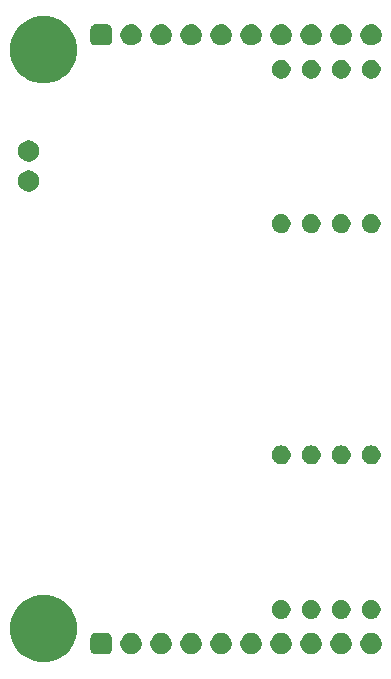
<source format=gbr>
G04 #@! TF.GenerationSoftware,KiCad,Pcbnew,(5.1.6)-1*
G04 #@! TF.CreationDate,2020-06-03T08:45:57+03:00*
G04 #@! TF.ProjectId,TMCM-0021 v1.0,544d434d-2d30-4303-9231-2076312e302e,rev?*
G04 #@! TF.SameCoordinates,Original*
G04 #@! TF.FileFunction,Soldermask,Bot*
G04 #@! TF.FilePolarity,Negative*
%FSLAX46Y46*%
G04 Gerber Fmt 4.6, Leading zero omitted, Abs format (unit mm)*
G04 Created by KiCad (PCBNEW (5.1.6)-1) date 2020-06-03 08:45:57*
%MOMM*%
%LPD*%
G01*
G04 APERTURE LIST*
%ADD10C,0.100000*%
G04 APERTURE END LIST*
D10*
G36*
X4331313Y6240477D02*
G01*
X4849980Y6025638D01*
X4849981Y6025637D01*
X5316769Y5713740D01*
X5713740Y5316769D01*
X5785887Y5208793D01*
X6025638Y4849980D01*
X6240477Y4331313D01*
X6350000Y3780702D01*
X6350000Y3219298D01*
X6240477Y2668687D01*
X6025638Y2150020D01*
X6025637Y2150019D01*
X5713740Y1683231D01*
X5316769Y1286260D01*
X5004871Y1077857D01*
X4849980Y974362D01*
X4331313Y759523D01*
X3780702Y650000D01*
X3219298Y650000D01*
X2668687Y759523D01*
X2150020Y974362D01*
X1995129Y1077857D01*
X1683231Y1286260D01*
X1286260Y1683231D01*
X974363Y2150019D01*
X974362Y2150020D01*
X759523Y2668687D01*
X650000Y3219298D01*
X650000Y3780702D01*
X759523Y4331313D01*
X974362Y4849980D01*
X1214113Y5208793D01*
X1286260Y5316769D01*
X1683231Y5713740D01*
X2150019Y6025637D01*
X2150020Y6025638D01*
X2668687Y6240477D01*
X3219298Y6350000D01*
X3780702Y6350000D01*
X4331313Y6240477D01*
G37*
G36*
X28894561Y3106943D02*
G01*
X28952520Y3095414D01*
X29116310Y3027570D01*
X29263717Y2929076D01*
X29389076Y2803717D01*
X29487570Y2656310D01*
X29555414Y2492520D01*
X29590000Y2318642D01*
X29590000Y2141358D01*
X29555414Y1967480D01*
X29487570Y1803690D01*
X29389076Y1656283D01*
X29263717Y1530924D01*
X29116310Y1432430D01*
X28952520Y1364586D01*
X28931505Y1360406D01*
X28778644Y1330000D01*
X28601356Y1330000D01*
X28448495Y1360406D01*
X28427480Y1364586D01*
X28263690Y1432430D01*
X28116283Y1530924D01*
X27990924Y1656283D01*
X27892430Y1803690D01*
X27824586Y1967480D01*
X27790000Y2141358D01*
X27790000Y2318642D01*
X27824586Y2492520D01*
X27892430Y2656310D01*
X27990924Y2803717D01*
X28116283Y2929076D01*
X28263690Y3027570D01*
X28427480Y3095414D01*
X28485439Y3106943D01*
X28601356Y3130000D01*
X28778644Y3130000D01*
X28894561Y3106943D01*
G37*
G36*
X26354561Y3106943D02*
G01*
X26412520Y3095414D01*
X26576310Y3027570D01*
X26723717Y2929076D01*
X26849076Y2803717D01*
X26947570Y2656310D01*
X27015414Y2492520D01*
X27050000Y2318642D01*
X27050000Y2141358D01*
X27015414Y1967480D01*
X26947570Y1803690D01*
X26849076Y1656283D01*
X26723717Y1530924D01*
X26576310Y1432430D01*
X26412520Y1364586D01*
X26391505Y1360406D01*
X26238644Y1330000D01*
X26061356Y1330000D01*
X25908495Y1360406D01*
X25887480Y1364586D01*
X25723690Y1432430D01*
X25576283Y1530924D01*
X25450924Y1656283D01*
X25352430Y1803690D01*
X25284586Y1967480D01*
X25250000Y2141358D01*
X25250000Y2318642D01*
X25284586Y2492520D01*
X25352430Y2656310D01*
X25450924Y2803717D01*
X25576283Y2929076D01*
X25723690Y3027570D01*
X25887480Y3095414D01*
X25945439Y3106943D01*
X26061356Y3130000D01*
X26238644Y3130000D01*
X26354561Y3106943D01*
G37*
G36*
X23814561Y3106943D02*
G01*
X23872520Y3095414D01*
X24036310Y3027570D01*
X24183717Y2929076D01*
X24309076Y2803717D01*
X24407570Y2656310D01*
X24475414Y2492520D01*
X24510000Y2318642D01*
X24510000Y2141358D01*
X24475414Y1967480D01*
X24407570Y1803690D01*
X24309076Y1656283D01*
X24183717Y1530924D01*
X24036310Y1432430D01*
X23872520Y1364586D01*
X23851505Y1360406D01*
X23698644Y1330000D01*
X23521356Y1330000D01*
X23368495Y1360406D01*
X23347480Y1364586D01*
X23183690Y1432430D01*
X23036283Y1530924D01*
X22910924Y1656283D01*
X22812430Y1803690D01*
X22744586Y1967480D01*
X22710000Y2141358D01*
X22710000Y2318642D01*
X22744586Y2492520D01*
X22812430Y2656310D01*
X22910924Y2803717D01*
X23036283Y2929076D01*
X23183690Y3027570D01*
X23347480Y3095414D01*
X23405439Y3106943D01*
X23521356Y3130000D01*
X23698644Y3130000D01*
X23814561Y3106943D01*
G37*
G36*
X21274561Y3106943D02*
G01*
X21332520Y3095414D01*
X21496310Y3027570D01*
X21643717Y2929076D01*
X21769076Y2803717D01*
X21867570Y2656310D01*
X21935414Y2492520D01*
X21970000Y2318642D01*
X21970000Y2141358D01*
X21935414Y1967480D01*
X21867570Y1803690D01*
X21769076Y1656283D01*
X21643717Y1530924D01*
X21496310Y1432430D01*
X21332520Y1364586D01*
X21311505Y1360406D01*
X21158644Y1330000D01*
X20981356Y1330000D01*
X20828495Y1360406D01*
X20807480Y1364586D01*
X20643690Y1432430D01*
X20496283Y1530924D01*
X20370924Y1656283D01*
X20272430Y1803690D01*
X20204586Y1967480D01*
X20170000Y2141358D01*
X20170000Y2318642D01*
X20204586Y2492520D01*
X20272430Y2656310D01*
X20370924Y2803717D01*
X20496283Y2929076D01*
X20643690Y3027570D01*
X20807480Y3095414D01*
X20865439Y3106943D01*
X20981356Y3130000D01*
X21158644Y3130000D01*
X21274561Y3106943D01*
G37*
G36*
X18734561Y3106943D02*
G01*
X18792520Y3095414D01*
X18956310Y3027570D01*
X19103717Y2929076D01*
X19229076Y2803717D01*
X19327570Y2656310D01*
X19395414Y2492520D01*
X19430000Y2318642D01*
X19430000Y2141358D01*
X19395414Y1967480D01*
X19327570Y1803690D01*
X19229076Y1656283D01*
X19103717Y1530924D01*
X18956310Y1432430D01*
X18792520Y1364586D01*
X18771505Y1360406D01*
X18618644Y1330000D01*
X18441356Y1330000D01*
X18288495Y1360406D01*
X18267480Y1364586D01*
X18103690Y1432430D01*
X17956283Y1530924D01*
X17830924Y1656283D01*
X17732430Y1803690D01*
X17664586Y1967480D01*
X17630000Y2141358D01*
X17630000Y2318642D01*
X17664586Y2492520D01*
X17732430Y2656310D01*
X17830924Y2803717D01*
X17956283Y2929076D01*
X18103690Y3027570D01*
X18267480Y3095414D01*
X18325439Y3106943D01*
X18441356Y3130000D01*
X18618644Y3130000D01*
X18734561Y3106943D01*
G37*
G36*
X16194561Y3106943D02*
G01*
X16252520Y3095414D01*
X16416310Y3027570D01*
X16563717Y2929076D01*
X16689076Y2803717D01*
X16787570Y2656310D01*
X16855414Y2492520D01*
X16890000Y2318642D01*
X16890000Y2141358D01*
X16855414Y1967480D01*
X16787570Y1803690D01*
X16689076Y1656283D01*
X16563717Y1530924D01*
X16416310Y1432430D01*
X16252520Y1364586D01*
X16231505Y1360406D01*
X16078644Y1330000D01*
X15901356Y1330000D01*
X15748495Y1360406D01*
X15727480Y1364586D01*
X15563690Y1432430D01*
X15416283Y1530924D01*
X15290924Y1656283D01*
X15192430Y1803690D01*
X15124586Y1967480D01*
X15090000Y2141358D01*
X15090000Y2318642D01*
X15124586Y2492520D01*
X15192430Y2656310D01*
X15290924Y2803717D01*
X15416283Y2929076D01*
X15563690Y3027570D01*
X15727480Y3095414D01*
X15785439Y3106943D01*
X15901356Y3130000D01*
X16078644Y3130000D01*
X16194561Y3106943D01*
G37*
G36*
X13654561Y3106943D02*
G01*
X13712520Y3095414D01*
X13876310Y3027570D01*
X14023717Y2929076D01*
X14149076Y2803717D01*
X14247570Y2656310D01*
X14315414Y2492520D01*
X14350000Y2318642D01*
X14350000Y2141358D01*
X14315414Y1967480D01*
X14247570Y1803690D01*
X14149076Y1656283D01*
X14023717Y1530924D01*
X13876310Y1432430D01*
X13712520Y1364586D01*
X13691505Y1360406D01*
X13538644Y1330000D01*
X13361356Y1330000D01*
X13208495Y1360406D01*
X13187480Y1364586D01*
X13023690Y1432430D01*
X12876283Y1530924D01*
X12750924Y1656283D01*
X12652430Y1803690D01*
X12584586Y1967480D01*
X12550000Y2141358D01*
X12550000Y2318642D01*
X12584586Y2492520D01*
X12652430Y2656310D01*
X12750924Y2803717D01*
X12876283Y2929076D01*
X13023690Y3027570D01*
X13187480Y3095414D01*
X13245439Y3106943D01*
X13361356Y3130000D01*
X13538644Y3130000D01*
X13654561Y3106943D01*
G37*
G36*
X11114561Y3106943D02*
G01*
X11172520Y3095414D01*
X11336310Y3027570D01*
X11483717Y2929076D01*
X11609076Y2803717D01*
X11707570Y2656310D01*
X11775414Y2492520D01*
X11810000Y2318642D01*
X11810000Y2141358D01*
X11775414Y1967480D01*
X11707570Y1803690D01*
X11609076Y1656283D01*
X11483717Y1530924D01*
X11336310Y1432430D01*
X11172520Y1364586D01*
X11151505Y1360406D01*
X10998644Y1330000D01*
X10821356Y1330000D01*
X10668495Y1360406D01*
X10647480Y1364586D01*
X10483690Y1432430D01*
X10336283Y1530924D01*
X10210924Y1656283D01*
X10112430Y1803690D01*
X10044586Y1967480D01*
X10010000Y2141358D01*
X10010000Y2318642D01*
X10044586Y2492520D01*
X10112430Y2656310D01*
X10210924Y2803717D01*
X10336283Y2929076D01*
X10483690Y3027570D01*
X10647480Y3095414D01*
X10705439Y3106943D01*
X10821356Y3130000D01*
X10998644Y3130000D01*
X11114561Y3106943D01*
G37*
G36*
X8950806Y3122145D02*
G01*
X9025143Y3099594D01*
X9093647Y3062978D01*
X9153696Y3013696D01*
X9202978Y2953647D01*
X9239594Y2885143D01*
X9262145Y2810806D01*
X9270000Y2731046D01*
X9270000Y1728954D01*
X9262145Y1649194D01*
X9239594Y1574857D01*
X9202978Y1506353D01*
X9153696Y1446304D01*
X9093647Y1397022D01*
X9025143Y1360406D01*
X8950806Y1337855D01*
X8871046Y1330000D01*
X7868954Y1330000D01*
X7789194Y1337855D01*
X7714857Y1360406D01*
X7646353Y1397022D01*
X7586304Y1446304D01*
X7537022Y1506353D01*
X7500406Y1574857D01*
X7477855Y1649194D01*
X7470000Y1728954D01*
X7470000Y2731046D01*
X7477855Y2810806D01*
X7500406Y2885143D01*
X7537022Y2953647D01*
X7586304Y3013696D01*
X7646353Y3062978D01*
X7714857Y3099594D01*
X7789194Y3122145D01*
X7868954Y3130000D01*
X8871046Y3130000D01*
X8950806Y3122145D01*
G37*
G36*
X31434561Y3106943D02*
G01*
X31492520Y3095414D01*
X31656310Y3027570D01*
X31803717Y2929076D01*
X31929076Y2803717D01*
X32027570Y2656310D01*
X32095414Y2492520D01*
X32130000Y2318642D01*
X32130000Y2141358D01*
X32095414Y1967480D01*
X32027570Y1803690D01*
X31929076Y1656283D01*
X31803717Y1530924D01*
X31656310Y1432430D01*
X31492520Y1364586D01*
X31471505Y1360406D01*
X31318644Y1330000D01*
X31141356Y1330000D01*
X30988495Y1360406D01*
X30967480Y1364586D01*
X30803690Y1432430D01*
X30656283Y1530924D01*
X30530924Y1656283D01*
X30432430Y1803690D01*
X30364586Y1967480D01*
X30330000Y2141358D01*
X30330000Y2318642D01*
X30364586Y2492520D01*
X30432430Y2656310D01*
X30530924Y2803717D01*
X30656283Y2929076D01*
X30803690Y3027570D01*
X30967480Y3095414D01*
X31025439Y3106943D01*
X31141356Y3130000D01*
X31318644Y3130000D01*
X31434561Y3106943D01*
G37*
G36*
X23791832Y5909505D02*
G01*
X23843351Y5899257D01*
X23903656Y5874278D01*
X23988941Y5838952D01*
X24119969Y5751402D01*
X24231402Y5639969D01*
X24318952Y5508941D01*
X24379257Y5363350D01*
X24410000Y5208795D01*
X24410000Y5051205D01*
X24379257Y4896650D01*
X24318952Y4751059D01*
X24231402Y4620031D01*
X24119969Y4508598D01*
X23988941Y4421048D01*
X23903656Y4385722D01*
X23843351Y4360743D01*
X23791832Y4350495D01*
X23688795Y4330000D01*
X23531205Y4330000D01*
X23428168Y4350495D01*
X23376649Y4360743D01*
X23316344Y4385722D01*
X23231059Y4421048D01*
X23100031Y4508598D01*
X22988598Y4620031D01*
X22901048Y4751059D01*
X22840743Y4896650D01*
X22810000Y5051205D01*
X22810000Y5208795D01*
X22840743Y5363350D01*
X22901048Y5508941D01*
X22988598Y5639969D01*
X23100031Y5751402D01*
X23231059Y5838952D01*
X23316344Y5874278D01*
X23376649Y5899257D01*
X23428168Y5909505D01*
X23531205Y5930000D01*
X23688795Y5930000D01*
X23791832Y5909505D01*
G37*
G36*
X31411832Y5909505D02*
G01*
X31463351Y5899257D01*
X31523656Y5874278D01*
X31608941Y5838952D01*
X31739969Y5751402D01*
X31851402Y5639969D01*
X31938952Y5508941D01*
X31999257Y5363350D01*
X32030000Y5208795D01*
X32030000Y5051205D01*
X31999257Y4896650D01*
X31938952Y4751059D01*
X31851402Y4620031D01*
X31739969Y4508598D01*
X31608941Y4421048D01*
X31523656Y4385722D01*
X31463351Y4360743D01*
X31411832Y4350495D01*
X31308795Y4330000D01*
X31151205Y4330000D01*
X31048168Y4350495D01*
X30996649Y4360743D01*
X30936344Y4385722D01*
X30851059Y4421048D01*
X30720031Y4508598D01*
X30608598Y4620031D01*
X30521048Y4751059D01*
X30460743Y4896650D01*
X30430000Y5051205D01*
X30430000Y5208795D01*
X30460743Y5363350D01*
X30521048Y5508941D01*
X30608598Y5639969D01*
X30720031Y5751402D01*
X30851059Y5838952D01*
X30936344Y5874278D01*
X30996649Y5899257D01*
X31048168Y5909505D01*
X31151205Y5930000D01*
X31308795Y5930000D01*
X31411832Y5909505D01*
G37*
G36*
X28871832Y5909505D02*
G01*
X28923351Y5899257D01*
X28983656Y5874278D01*
X29068941Y5838952D01*
X29199969Y5751402D01*
X29311402Y5639969D01*
X29398952Y5508941D01*
X29459257Y5363350D01*
X29490000Y5208795D01*
X29490000Y5051205D01*
X29459257Y4896650D01*
X29398952Y4751059D01*
X29311402Y4620031D01*
X29199969Y4508598D01*
X29068941Y4421048D01*
X28983656Y4385722D01*
X28923351Y4360743D01*
X28871832Y4350495D01*
X28768795Y4330000D01*
X28611205Y4330000D01*
X28508168Y4350495D01*
X28456649Y4360743D01*
X28396344Y4385722D01*
X28311059Y4421048D01*
X28180031Y4508598D01*
X28068598Y4620031D01*
X27981048Y4751059D01*
X27920743Y4896650D01*
X27890000Y5051205D01*
X27890000Y5208795D01*
X27920743Y5363350D01*
X27981048Y5508941D01*
X28068598Y5639969D01*
X28180031Y5751402D01*
X28311059Y5838952D01*
X28396344Y5874278D01*
X28456649Y5899257D01*
X28508168Y5909505D01*
X28611205Y5930000D01*
X28768795Y5930000D01*
X28871832Y5909505D01*
G37*
G36*
X26331832Y5909505D02*
G01*
X26383351Y5899257D01*
X26443656Y5874278D01*
X26528941Y5838952D01*
X26659969Y5751402D01*
X26771402Y5639969D01*
X26858952Y5508941D01*
X26919257Y5363350D01*
X26950000Y5208795D01*
X26950000Y5051205D01*
X26919257Y4896650D01*
X26858952Y4751059D01*
X26771402Y4620031D01*
X26659969Y4508598D01*
X26528941Y4421048D01*
X26443656Y4385722D01*
X26383351Y4360743D01*
X26331832Y4350495D01*
X26228795Y4330000D01*
X26071205Y4330000D01*
X25968168Y4350495D01*
X25916649Y4360743D01*
X25856344Y4385722D01*
X25771059Y4421048D01*
X25640031Y4508598D01*
X25528598Y4620031D01*
X25441048Y4751059D01*
X25380743Y4896650D01*
X25350000Y5051205D01*
X25350000Y5208795D01*
X25380743Y5363350D01*
X25441048Y5508941D01*
X25528598Y5639969D01*
X25640031Y5751402D01*
X25771059Y5838952D01*
X25856344Y5874278D01*
X25916649Y5899257D01*
X25968168Y5909505D01*
X26071205Y5930000D01*
X26228795Y5930000D01*
X26331832Y5909505D01*
G37*
G36*
X23791832Y18989505D02*
G01*
X23843351Y18979257D01*
X23903656Y18954278D01*
X23988941Y18918952D01*
X24119969Y18831402D01*
X24231402Y18719969D01*
X24318952Y18588941D01*
X24379257Y18443350D01*
X24410000Y18288795D01*
X24410000Y18131205D01*
X24379257Y17976650D01*
X24318952Y17831059D01*
X24231402Y17700031D01*
X24119969Y17588598D01*
X23988941Y17501048D01*
X23903656Y17465722D01*
X23843351Y17440743D01*
X23791832Y17430495D01*
X23688795Y17410000D01*
X23531205Y17410000D01*
X23428168Y17430495D01*
X23376649Y17440743D01*
X23316344Y17465722D01*
X23231059Y17501048D01*
X23100031Y17588598D01*
X22988598Y17700031D01*
X22901048Y17831059D01*
X22840743Y17976650D01*
X22810000Y18131205D01*
X22810000Y18288795D01*
X22840743Y18443350D01*
X22901048Y18588941D01*
X22988598Y18719969D01*
X23100031Y18831402D01*
X23231059Y18918952D01*
X23316344Y18954278D01*
X23376649Y18979257D01*
X23428168Y18989505D01*
X23531205Y19010000D01*
X23688795Y19010000D01*
X23791832Y18989505D01*
G37*
G36*
X31411832Y18989505D02*
G01*
X31463351Y18979257D01*
X31523656Y18954278D01*
X31608941Y18918952D01*
X31739969Y18831402D01*
X31851402Y18719969D01*
X31938952Y18588941D01*
X31999257Y18443350D01*
X32030000Y18288795D01*
X32030000Y18131205D01*
X31999257Y17976650D01*
X31938952Y17831059D01*
X31851402Y17700031D01*
X31739969Y17588598D01*
X31608941Y17501048D01*
X31523656Y17465722D01*
X31463351Y17440743D01*
X31411832Y17430495D01*
X31308795Y17410000D01*
X31151205Y17410000D01*
X31048168Y17430495D01*
X30996649Y17440743D01*
X30936344Y17465722D01*
X30851059Y17501048D01*
X30720031Y17588598D01*
X30608598Y17700031D01*
X30521048Y17831059D01*
X30460743Y17976650D01*
X30430000Y18131205D01*
X30430000Y18288795D01*
X30460743Y18443350D01*
X30521048Y18588941D01*
X30608598Y18719969D01*
X30720031Y18831402D01*
X30851059Y18918952D01*
X30936344Y18954278D01*
X30996649Y18979257D01*
X31048168Y18989505D01*
X31151205Y19010000D01*
X31308795Y19010000D01*
X31411832Y18989505D01*
G37*
G36*
X28871832Y18989505D02*
G01*
X28923351Y18979257D01*
X28983656Y18954278D01*
X29068941Y18918952D01*
X29199969Y18831402D01*
X29311402Y18719969D01*
X29398952Y18588941D01*
X29459257Y18443350D01*
X29490000Y18288795D01*
X29490000Y18131205D01*
X29459257Y17976650D01*
X29398952Y17831059D01*
X29311402Y17700031D01*
X29199969Y17588598D01*
X29068941Y17501048D01*
X28983656Y17465722D01*
X28923351Y17440743D01*
X28871832Y17430495D01*
X28768795Y17410000D01*
X28611205Y17410000D01*
X28508168Y17430495D01*
X28456649Y17440743D01*
X28396344Y17465722D01*
X28311059Y17501048D01*
X28180031Y17588598D01*
X28068598Y17700031D01*
X27981048Y17831059D01*
X27920743Y17976650D01*
X27890000Y18131205D01*
X27890000Y18288795D01*
X27920743Y18443350D01*
X27981048Y18588941D01*
X28068598Y18719969D01*
X28180031Y18831402D01*
X28311059Y18918952D01*
X28396344Y18954278D01*
X28456649Y18979257D01*
X28508168Y18989505D01*
X28611205Y19010000D01*
X28768795Y19010000D01*
X28871832Y18989505D01*
G37*
G36*
X26331832Y18989505D02*
G01*
X26383351Y18979257D01*
X26443656Y18954278D01*
X26528941Y18918952D01*
X26659969Y18831402D01*
X26771402Y18719969D01*
X26858952Y18588941D01*
X26919257Y18443350D01*
X26950000Y18288795D01*
X26950000Y18131205D01*
X26919257Y17976650D01*
X26858952Y17831059D01*
X26771402Y17700031D01*
X26659969Y17588598D01*
X26528941Y17501048D01*
X26443656Y17465722D01*
X26383351Y17440743D01*
X26331832Y17430495D01*
X26228795Y17410000D01*
X26071205Y17410000D01*
X25968168Y17430495D01*
X25916649Y17440743D01*
X25856344Y17465722D01*
X25771059Y17501048D01*
X25640031Y17588598D01*
X25528598Y17700031D01*
X25441048Y17831059D01*
X25380743Y17976650D01*
X25350000Y18131205D01*
X25350000Y18288795D01*
X25380743Y18443350D01*
X25441048Y18588941D01*
X25528598Y18719969D01*
X25640031Y18831402D01*
X25771059Y18918952D01*
X25856344Y18954278D01*
X25916649Y18979257D01*
X25968168Y18989505D01*
X26071205Y19010000D01*
X26228795Y19010000D01*
X26331832Y18989505D01*
G37*
G36*
X28871832Y38569505D02*
G01*
X28923351Y38559257D01*
X28983656Y38534278D01*
X29068941Y38498952D01*
X29199969Y38411402D01*
X29311402Y38299969D01*
X29398952Y38168941D01*
X29459257Y38023350D01*
X29490000Y37868795D01*
X29490000Y37711205D01*
X29459257Y37556650D01*
X29398952Y37411059D01*
X29311402Y37280031D01*
X29199969Y37168598D01*
X29068941Y37081048D01*
X28983656Y37045722D01*
X28923351Y37020743D01*
X28871832Y37010495D01*
X28768795Y36990000D01*
X28611205Y36990000D01*
X28508168Y37010495D01*
X28456649Y37020743D01*
X28396344Y37045722D01*
X28311059Y37081048D01*
X28180031Y37168598D01*
X28068598Y37280031D01*
X27981048Y37411059D01*
X27920743Y37556650D01*
X27890000Y37711205D01*
X27890000Y37868795D01*
X27920743Y38023350D01*
X27981048Y38168941D01*
X28068598Y38299969D01*
X28180031Y38411402D01*
X28311059Y38498952D01*
X28396344Y38534278D01*
X28456649Y38559257D01*
X28508168Y38569505D01*
X28611205Y38590000D01*
X28768795Y38590000D01*
X28871832Y38569505D01*
G37*
G36*
X23791832Y38569505D02*
G01*
X23843351Y38559257D01*
X23903656Y38534278D01*
X23988941Y38498952D01*
X24119969Y38411402D01*
X24231402Y38299969D01*
X24318952Y38168941D01*
X24379257Y38023350D01*
X24410000Y37868795D01*
X24410000Y37711205D01*
X24379257Y37556650D01*
X24318952Y37411059D01*
X24231402Y37280031D01*
X24119969Y37168598D01*
X23988941Y37081048D01*
X23903656Y37045722D01*
X23843351Y37020743D01*
X23791832Y37010495D01*
X23688795Y36990000D01*
X23531205Y36990000D01*
X23428168Y37010495D01*
X23376649Y37020743D01*
X23316344Y37045722D01*
X23231059Y37081048D01*
X23100031Y37168598D01*
X22988598Y37280031D01*
X22901048Y37411059D01*
X22840743Y37556650D01*
X22810000Y37711205D01*
X22810000Y37868795D01*
X22840743Y38023350D01*
X22901048Y38168941D01*
X22988598Y38299969D01*
X23100031Y38411402D01*
X23231059Y38498952D01*
X23316344Y38534278D01*
X23376649Y38559257D01*
X23428168Y38569505D01*
X23531205Y38590000D01*
X23688795Y38590000D01*
X23791832Y38569505D01*
G37*
G36*
X31411832Y38569505D02*
G01*
X31463351Y38559257D01*
X31523656Y38534278D01*
X31608941Y38498952D01*
X31739969Y38411402D01*
X31851402Y38299969D01*
X31938952Y38168941D01*
X31999257Y38023350D01*
X32030000Y37868795D01*
X32030000Y37711205D01*
X31999257Y37556650D01*
X31938952Y37411059D01*
X31851402Y37280031D01*
X31739969Y37168598D01*
X31608941Y37081048D01*
X31523656Y37045722D01*
X31463351Y37020743D01*
X31411832Y37010495D01*
X31308795Y36990000D01*
X31151205Y36990000D01*
X31048168Y37010495D01*
X30996649Y37020743D01*
X30936344Y37045722D01*
X30851059Y37081048D01*
X30720031Y37168598D01*
X30608598Y37280031D01*
X30521048Y37411059D01*
X30460743Y37556650D01*
X30430000Y37711205D01*
X30430000Y37868795D01*
X30460743Y38023350D01*
X30521048Y38168941D01*
X30608598Y38299969D01*
X30720031Y38411402D01*
X30851059Y38498952D01*
X30936344Y38534278D01*
X30996649Y38559257D01*
X31048168Y38569505D01*
X31151205Y38590000D01*
X31308795Y38590000D01*
X31411832Y38569505D01*
G37*
G36*
X26331832Y38569505D02*
G01*
X26383351Y38559257D01*
X26443656Y38534278D01*
X26528941Y38498952D01*
X26659969Y38411402D01*
X26771402Y38299969D01*
X26858952Y38168941D01*
X26919257Y38023350D01*
X26950000Y37868795D01*
X26950000Y37711205D01*
X26919257Y37556650D01*
X26858952Y37411059D01*
X26771402Y37280031D01*
X26659969Y37168598D01*
X26528941Y37081048D01*
X26443656Y37045722D01*
X26383351Y37020743D01*
X26331832Y37010495D01*
X26228795Y36990000D01*
X26071205Y36990000D01*
X25968168Y37010495D01*
X25916649Y37020743D01*
X25856344Y37045722D01*
X25771059Y37081048D01*
X25640031Y37168598D01*
X25528598Y37280031D01*
X25441048Y37411059D01*
X25380743Y37556650D01*
X25350000Y37711205D01*
X25350000Y37868795D01*
X25380743Y38023350D01*
X25441048Y38168941D01*
X25528598Y38299969D01*
X25640031Y38411402D01*
X25771059Y38498952D01*
X25856344Y38534278D01*
X25916649Y38559257D01*
X25968168Y38569505D01*
X26071205Y38590000D01*
X26228795Y38590000D01*
X26331832Y38569505D01*
G37*
G36*
X2434561Y42266943D02*
G01*
X2492520Y42255414D01*
X2656310Y42187570D01*
X2803717Y42089076D01*
X2929076Y41963717D01*
X3027570Y41816310D01*
X3095414Y41652520D01*
X3130000Y41478642D01*
X3130000Y41301358D01*
X3095414Y41127480D01*
X3027570Y40963690D01*
X2929076Y40816283D01*
X2803717Y40690924D01*
X2656310Y40592430D01*
X2492520Y40524586D01*
X2434561Y40513057D01*
X2318644Y40490000D01*
X2141356Y40490000D01*
X2025439Y40513057D01*
X1967480Y40524586D01*
X1803690Y40592430D01*
X1656283Y40690924D01*
X1530924Y40816283D01*
X1432430Y40963690D01*
X1364586Y41127480D01*
X1330000Y41301358D01*
X1330000Y41478642D01*
X1364586Y41652520D01*
X1432430Y41816310D01*
X1530924Y41963717D01*
X1656283Y42089076D01*
X1803690Y42187570D01*
X1967480Y42255414D01*
X2025439Y42266943D01*
X2141356Y42290000D01*
X2318644Y42290000D01*
X2434561Y42266943D01*
G37*
G36*
X2434561Y44806943D02*
G01*
X2492520Y44795414D01*
X2656310Y44727570D01*
X2803717Y44629076D01*
X2929076Y44503717D01*
X3027570Y44356310D01*
X3095414Y44192520D01*
X3130000Y44018642D01*
X3130000Y43841358D01*
X3095414Y43667480D01*
X3027570Y43503690D01*
X2929076Y43356283D01*
X2803717Y43230924D01*
X2656310Y43132430D01*
X2492520Y43064586D01*
X2434561Y43053057D01*
X2318644Y43030000D01*
X2141356Y43030000D01*
X2025439Y43053057D01*
X1967480Y43064586D01*
X1803690Y43132430D01*
X1656283Y43230924D01*
X1530924Y43356283D01*
X1432430Y43503690D01*
X1364586Y43667480D01*
X1330000Y43841358D01*
X1330000Y44018642D01*
X1364586Y44192520D01*
X1432430Y44356310D01*
X1530924Y44503717D01*
X1656283Y44629076D01*
X1803690Y44727570D01*
X1967480Y44795414D01*
X2025439Y44806943D01*
X2141356Y44830000D01*
X2318644Y44830000D01*
X2434561Y44806943D01*
G37*
G36*
X4331313Y55240477D02*
G01*
X4849980Y55025638D01*
X4849981Y55025637D01*
X5316769Y54713740D01*
X5713740Y54316769D01*
X5760358Y54247000D01*
X6025638Y53849980D01*
X6240477Y53331313D01*
X6350000Y52780702D01*
X6350000Y52219298D01*
X6240477Y51668687D01*
X6025638Y51150020D01*
X6025637Y51150019D01*
X5713740Y50683231D01*
X5316769Y50286260D01*
X5004871Y50077857D01*
X4849980Y49974362D01*
X4331313Y49759523D01*
X3780702Y49650000D01*
X3219298Y49650000D01*
X2668687Y49759523D01*
X2150020Y49974362D01*
X1995129Y50077857D01*
X1683231Y50286260D01*
X1286260Y50683231D01*
X974363Y51150019D01*
X974362Y51150020D01*
X759523Y51668687D01*
X650000Y52219298D01*
X650000Y52780702D01*
X759523Y53331313D01*
X974362Y53849980D01*
X1239642Y54247000D01*
X1286260Y54316769D01*
X1683231Y54713740D01*
X2150019Y55025637D01*
X2150020Y55025638D01*
X2668687Y55240477D01*
X3219298Y55350000D01*
X3780702Y55350000D01*
X4331313Y55240477D01*
G37*
G36*
X23791832Y51649505D02*
G01*
X23843351Y51639257D01*
X23903656Y51614278D01*
X23988941Y51578952D01*
X24119969Y51491402D01*
X24231402Y51379969D01*
X24318952Y51248941D01*
X24379257Y51103350D01*
X24410000Y50948795D01*
X24410000Y50791205D01*
X24379257Y50636650D01*
X24318952Y50491059D01*
X24231402Y50360031D01*
X24119969Y50248598D01*
X23988941Y50161048D01*
X23903656Y50125722D01*
X23843351Y50100743D01*
X23791832Y50090495D01*
X23688795Y50070000D01*
X23531205Y50070000D01*
X23428168Y50090495D01*
X23376649Y50100743D01*
X23316344Y50125722D01*
X23231059Y50161048D01*
X23100031Y50248598D01*
X22988598Y50360031D01*
X22901048Y50491059D01*
X22840743Y50636650D01*
X22810000Y50791205D01*
X22810000Y50948795D01*
X22840743Y51103350D01*
X22901048Y51248941D01*
X22988598Y51379969D01*
X23100031Y51491402D01*
X23231059Y51578952D01*
X23316344Y51614278D01*
X23376649Y51639257D01*
X23428168Y51649505D01*
X23531205Y51670000D01*
X23688795Y51670000D01*
X23791832Y51649505D01*
G37*
G36*
X31411832Y51649505D02*
G01*
X31463351Y51639257D01*
X31523656Y51614278D01*
X31608941Y51578952D01*
X31739969Y51491402D01*
X31851402Y51379969D01*
X31938952Y51248941D01*
X31999257Y51103350D01*
X32030000Y50948795D01*
X32030000Y50791205D01*
X31999257Y50636650D01*
X31938952Y50491059D01*
X31851402Y50360031D01*
X31739969Y50248598D01*
X31608941Y50161048D01*
X31523656Y50125722D01*
X31463351Y50100743D01*
X31411832Y50090495D01*
X31308795Y50070000D01*
X31151205Y50070000D01*
X31048168Y50090495D01*
X30996649Y50100743D01*
X30936344Y50125722D01*
X30851059Y50161048D01*
X30720031Y50248598D01*
X30608598Y50360031D01*
X30521048Y50491059D01*
X30460743Y50636650D01*
X30430000Y50791205D01*
X30430000Y50948795D01*
X30460743Y51103350D01*
X30521048Y51248941D01*
X30608598Y51379969D01*
X30720031Y51491402D01*
X30851059Y51578952D01*
X30936344Y51614278D01*
X30996649Y51639257D01*
X31048168Y51649505D01*
X31151205Y51670000D01*
X31308795Y51670000D01*
X31411832Y51649505D01*
G37*
G36*
X28871832Y51649505D02*
G01*
X28923351Y51639257D01*
X28983656Y51614278D01*
X29068941Y51578952D01*
X29199969Y51491402D01*
X29311402Y51379969D01*
X29398952Y51248941D01*
X29459257Y51103350D01*
X29490000Y50948795D01*
X29490000Y50791205D01*
X29459257Y50636650D01*
X29398952Y50491059D01*
X29311402Y50360031D01*
X29199969Y50248598D01*
X29068941Y50161048D01*
X28983656Y50125722D01*
X28923351Y50100743D01*
X28871832Y50090495D01*
X28768795Y50070000D01*
X28611205Y50070000D01*
X28508168Y50090495D01*
X28456649Y50100743D01*
X28396344Y50125722D01*
X28311059Y50161048D01*
X28180031Y50248598D01*
X28068598Y50360031D01*
X27981048Y50491059D01*
X27920743Y50636650D01*
X27890000Y50791205D01*
X27890000Y50948795D01*
X27920743Y51103350D01*
X27981048Y51248941D01*
X28068598Y51379969D01*
X28180031Y51491402D01*
X28311059Y51578952D01*
X28396344Y51614278D01*
X28456649Y51639257D01*
X28508168Y51649505D01*
X28611205Y51670000D01*
X28768795Y51670000D01*
X28871832Y51649505D01*
G37*
G36*
X26331832Y51649505D02*
G01*
X26383351Y51639257D01*
X26443656Y51614278D01*
X26528941Y51578952D01*
X26659969Y51491402D01*
X26771402Y51379969D01*
X26858952Y51248941D01*
X26919257Y51103350D01*
X26950000Y50948795D01*
X26950000Y50791205D01*
X26919257Y50636650D01*
X26858952Y50491059D01*
X26771402Y50360031D01*
X26659969Y50248598D01*
X26528941Y50161048D01*
X26443656Y50125722D01*
X26383351Y50100743D01*
X26331832Y50090495D01*
X26228795Y50070000D01*
X26071205Y50070000D01*
X25968168Y50090495D01*
X25916649Y50100743D01*
X25856344Y50125722D01*
X25771059Y50161048D01*
X25640031Y50248598D01*
X25528598Y50360031D01*
X25441048Y50491059D01*
X25380743Y50636650D01*
X25350000Y50791205D01*
X25350000Y50948795D01*
X25380743Y51103350D01*
X25441048Y51248941D01*
X25528598Y51379969D01*
X25640031Y51491402D01*
X25771059Y51578952D01*
X25856344Y51614278D01*
X25916649Y51639257D01*
X25968168Y51649505D01*
X26071205Y51670000D01*
X26228795Y51670000D01*
X26331832Y51649505D01*
G37*
G36*
X11114561Y54646943D02*
G01*
X11172520Y54635414D01*
X11336310Y54567570D01*
X11483717Y54469076D01*
X11609076Y54343717D01*
X11707570Y54196310D01*
X11775414Y54032520D01*
X11810000Y53858642D01*
X11810000Y53681358D01*
X11775414Y53507480D01*
X11707570Y53343690D01*
X11609076Y53196283D01*
X11483717Y53070924D01*
X11336310Y52972430D01*
X11172520Y52904586D01*
X11151505Y52900406D01*
X10998644Y52870000D01*
X10821356Y52870000D01*
X10668495Y52900406D01*
X10647480Y52904586D01*
X10483690Y52972430D01*
X10336283Y53070924D01*
X10210924Y53196283D01*
X10112430Y53343690D01*
X10044586Y53507480D01*
X10010000Y53681358D01*
X10010000Y53858642D01*
X10044586Y54032520D01*
X10112430Y54196310D01*
X10210924Y54343717D01*
X10336283Y54469076D01*
X10483690Y54567570D01*
X10647480Y54635414D01*
X10705439Y54646943D01*
X10821356Y54670000D01*
X10998644Y54670000D01*
X11114561Y54646943D01*
G37*
G36*
X13654561Y54646943D02*
G01*
X13712520Y54635414D01*
X13876310Y54567570D01*
X14023717Y54469076D01*
X14149076Y54343717D01*
X14247570Y54196310D01*
X14315414Y54032520D01*
X14350000Y53858642D01*
X14350000Y53681358D01*
X14315414Y53507480D01*
X14247570Y53343690D01*
X14149076Y53196283D01*
X14023717Y53070924D01*
X13876310Y52972430D01*
X13712520Y52904586D01*
X13691505Y52900406D01*
X13538644Y52870000D01*
X13361356Y52870000D01*
X13208495Y52900406D01*
X13187480Y52904586D01*
X13023690Y52972430D01*
X12876283Y53070924D01*
X12750924Y53196283D01*
X12652430Y53343690D01*
X12584586Y53507480D01*
X12550000Y53681358D01*
X12550000Y53858642D01*
X12584586Y54032520D01*
X12652430Y54196310D01*
X12750924Y54343717D01*
X12876283Y54469076D01*
X13023690Y54567570D01*
X13187480Y54635414D01*
X13245439Y54646943D01*
X13361356Y54670000D01*
X13538644Y54670000D01*
X13654561Y54646943D01*
G37*
G36*
X16194561Y54646943D02*
G01*
X16252520Y54635414D01*
X16416310Y54567570D01*
X16563717Y54469076D01*
X16689076Y54343717D01*
X16787570Y54196310D01*
X16855414Y54032520D01*
X16890000Y53858642D01*
X16890000Y53681358D01*
X16855414Y53507480D01*
X16787570Y53343690D01*
X16689076Y53196283D01*
X16563717Y53070924D01*
X16416310Y52972430D01*
X16252520Y52904586D01*
X16231505Y52900406D01*
X16078644Y52870000D01*
X15901356Y52870000D01*
X15748495Y52900406D01*
X15727480Y52904586D01*
X15563690Y52972430D01*
X15416283Y53070924D01*
X15290924Y53196283D01*
X15192430Y53343690D01*
X15124586Y53507480D01*
X15090000Y53681358D01*
X15090000Y53858642D01*
X15124586Y54032520D01*
X15192430Y54196310D01*
X15290924Y54343717D01*
X15416283Y54469076D01*
X15563690Y54567570D01*
X15727480Y54635414D01*
X15785439Y54646943D01*
X15901356Y54670000D01*
X16078644Y54670000D01*
X16194561Y54646943D01*
G37*
G36*
X18734561Y54646943D02*
G01*
X18792520Y54635414D01*
X18956310Y54567570D01*
X19103717Y54469076D01*
X19229076Y54343717D01*
X19327570Y54196310D01*
X19395414Y54032520D01*
X19430000Y53858642D01*
X19430000Y53681358D01*
X19395414Y53507480D01*
X19327570Y53343690D01*
X19229076Y53196283D01*
X19103717Y53070924D01*
X18956310Y52972430D01*
X18792520Y52904586D01*
X18771505Y52900406D01*
X18618644Y52870000D01*
X18441356Y52870000D01*
X18288495Y52900406D01*
X18267480Y52904586D01*
X18103690Y52972430D01*
X17956283Y53070924D01*
X17830924Y53196283D01*
X17732430Y53343690D01*
X17664586Y53507480D01*
X17630000Y53681358D01*
X17630000Y53858642D01*
X17664586Y54032520D01*
X17732430Y54196310D01*
X17830924Y54343717D01*
X17956283Y54469076D01*
X18103690Y54567570D01*
X18267480Y54635414D01*
X18325439Y54646943D01*
X18441356Y54670000D01*
X18618644Y54670000D01*
X18734561Y54646943D01*
G37*
G36*
X23814561Y54646943D02*
G01*
X23872520Y54635414D01*
X24036310Y54567570D01*
X24183717Y54469076D01*
X24309076Y54343717D01*
X24407570Y54196310D01*
X24475414Y54032520D01*
X24510000Y53858642D01*
X24510000Y53681358D01*
X24475414Y53507480D01*
X24407570Y53343690D01*
X24309076Y53196283D01*
X24183717Y53070924D01*
X24036310Y52972430D01*
X23872520Y52904586D01*
X23851505Y52900406D01*
X23698644Y52870000D01*
X23521356Y52870000D01*
X23368495Y52900406D01*
X23347480Y52904586D01*
X23183690Y52972430D01*
X23036283Y53070924D01*
X22910924Y53196283D01*
X22812430Y53343690D01*
X22744586Y53507480D01*
X22710000Y53681358D01*
X22710000Y53858642D01*
X22744586Y54032520D01*
X22812430Y54196310D01*
X22910924Y54343717D01*
X23036283Y54469076D01*
X23183690Y54567570D01*
X23347480Y54635414D01*
X23405439Y54646943D01*
X23521356Y54670000D01*
X23698644Y54670000D01*
X23814561Y54646943D01*
G37*
G36*
X26354561Y54646943D02*
G01*
X26412520Y54635414D01*
X26576310Y54567570D01*
X26723717Y54469076D01*
X26849076Y54343717D01*
X26947570Y54196310D01*
X27015414Y54032520D01*
X27050000Y53858642D01*
X27050000Y53681358D01*
X27015414Y53507480D01*
X26947570Y53343690D01*
X26849076Y53196283D01*
X26723717Y53070924D01*
X26576310Y52972430D01*
X26412520Y52904586D01*
X26391505Y52900406D01*
X26238644Y52870000D01*
X26061356Y52870000D01*
X25908495Y52900406D01*
X25887480Y52904586D01*
X25723690Y52972430D01*
X25576283Y53070924D01*
X25450924Y53196283D01*
X25352430Y53343690D01*
X25284586Y53507480D01*
X25250000Y53681358D01*
X25250000Y53858642D01*
X25284586Y54032520D01*
X25352430Y54196310D01*
X25450924Y54343717D01*
X25576283Y54469076D01*
X25723690Y54567570D01*
X25887480Y54635414D01*
X25945439Y54646943D01*
X26061356Y54670000D01*
X26238644Y54670000D01*
X26354561Y54646943D01*
G37*
G36*
X28894561Y54646943D02*
G01*
X28952520Y54635414D01*
X29116310Y54567570D01*
X29263717Y54469076D01*
X29389076Y54343717D01*
X29487570Y54196310D01*
X29555414Y54032520D01*
X29590000Y53858642D01*
X29590000Y53681358D01*
X29555414Y53507480D01*
X29487570Y53343690D01*
X29389076Y53196283D01*
X29263717Y53070924D01*
X29116310Y52972430D01*
X28952520Y52904586D01*
X28931505Y52900406D01*
X28778644Y52870000D01*
X28601356Y52870000D01*
X28448495Y52900406D01*
X28427480Y52904586D01*
X28263690Y52972430D01*
X28116283Y53070924D01*
X27990924Y53196283D01*
X27892430Y53343690D01*
X27824586Y53507480D01*
X27790000Y53681358D01*
X27790000Y53858642D01*
X27824586Y54032520D01*
X27892430Y54196310D01*
X27990924Y54343717D01*
X28116283Y54469076D01*
X28263690Y54567570D01*
X28427480Y54635414D01*
X28485439Y54646943D01*
X28601356Y54670000D01*
X28778644Y54670000D01*
X28894561Y54646943D01*
G37*
G36*
X31434561Y54646943D02*
G01*
X31492520Y54635414D01*
X31656310Y54567570D01*
X31803717Y54469076D01*
X31929076Y54343717D01*
X32027570Y54196310D01*
X32095414Y54032520D01*
X32130000Y53858642D01*
X32130000Y53681358D01*
X32095414Y53507480D01*
X32027570Y53343690D01*
X31929076Y53196283D01*
X31803717Y53070924D01*
X31656310Y52972430D01*
X31492520Y52904586D01*
X31471505Y52900406D01*
X31318644Y52870000D01*
X31141356Y52870000D01*
X30988495Y52900406D01*
X30967480Y52904586D01*
X30803690Y52972430D01*
X30656283Y53070924D01*
X30530924Y53196283D01*
X30432430Y53343690D01*
X30364586Y53507480D01*
X30330000Y53681358D01*
X30330000Y53858642D01*
X30364586Y54032520D01*
X30432430Y54196310D01*
X30530924Y54343717D01*
X30656283Y54469076D01*
X30803690Y54567570D01*
X30967480Y54635414D01*
X31025439Y54646943D01*
X31141356Y54670000D01*
X31318644Y54670000D01*
X31434561Y54646943D01*
G37*
G36*
X8950806Y54662145D02*
G01*
X9025143Y54639594D01*
X9093647Y54602978D01*
X9153696Y54553696D01*
X9202978Y54493647D01*
X9239594Y54425143D01*
X9262145Y54350806D01*
X9270000Y54271046D01*
X9270000Y53268954D01*
X9262145Y53189194D01*
X9239594Y53114857D01*
X9202978Y53046353D01*
X9153696Y52986304D01*
X9093647Y52937022D01*
X9025143Y52900406D01*
X8950806Y52877855D01*
X8871046Y52870000D01*
X7868954Y52870000D01*
X7789194Y52877855D01*
X7714857Y52900406D01*
X7646353Y52937022D01*
X7586304Y52986304D01*
X7537022Y53046353D01*
X7500406Y53114857D01*
X7477855Y53189194D01*
X7470000Y53268954D01*
X7470000Y54271046D01*
X7477855Y54350806D01*
X7500406Y54425143D01*
X7537022Y54493647D01*
X7586304Y54553696D01*
X7646353Y54602978D01*
X7714857Y54639594D01*
X7789194Y54662145D01*
X7868954Y54670000D01*
X8871046Y54670000D01*
X8950806Y54662145D01*
G37*
G36*
X21274561Y54646943D02*
G01*
X21332520Y54635414D01*
X21496310Y54567570D01*
X21643717Y54469076D01*
X21769076Y54343717D01*
X21867570Y54196310D01*
X21935414Y54032520D01*
X21970000Y53858642D01*
X21970000Y53681358D01*
X21935414Y53507480D01*
X21867570Y53343690D01*
X21769076Y53196283D01*
X21643717Y53070924D01*
X21496310Y52972430D01*
X21332520Y52904586D01*
X21311505Y52900406D01*
X21158644Y52870000D01*
X20981356Y52870000D01*
X20828495Y52900406D01*
X20807480Y52904586D01*
X20643690Y52972430D01*
X20496283Y53070924D01*
X20370924Y53196283D01*
X20272430Y53343690D01*
X20204586Y53507480D01*
X20170000Y53681358D01*
X20170000Y53858642D01*
X20204586Y54032520D01*
X20272430Y54196310D01*
X20370924Y54343717D01*
X20496283Y54469076D01*
X20643690Y54567570D01*
X20807480Y54635414D01*
X20865439Y54646943D01*
X20981356Y54670000D01*
X21158644Y54670000D01*
X21274561Y54646943D01*
G37*
M02*

</source>
